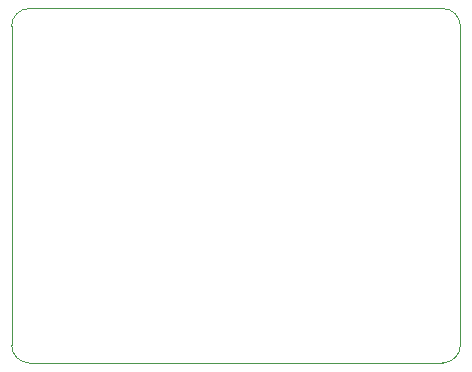
<source format=gm1>
%TF.GenerationSoftware,KiCad,Pcbnew,(7.0.0-0)*%
%TF.CreationDate,2023-03-07T12:57:00-05:00*%
%TF.ProjectId,Spatial Sense Module,53706174-6961-46c2-9053-656e7365204d,rev?*%
%TF.SameCoordinates,Original*%
%TF.FileFunction,Profile,NP*%
%FSLAX46Y46*%
G04 Gerber Fmt 4.6, Leading zero omitted, Abs format (unit mm)*
G04 Created by KiCad (PCBNEW (7.0.0-0)) date 2023-03-07 12:57:00*
%MOMM*%
%LPD*%
G01*
G04 APERTURE LIST*
%TA.AperFunction,Profile*%
%ADD10C,0.050000*%
%TD*%
G04 APERTURE END LIST*
D10*
X178500000Y-122500000D02*
X213500000Y-122500000D01*
X178500000Y-122500000D02*
G75*
G03*
X177000000Y-124000000I0J-1500000D01*
G01*
X213500000Y-152500000D02*
X178500000Y-152500000D01*
X215000000Y-124000000D02*
X215000000Y-151000000D01*
X215000000Y-124000000D02*
G75*
G03*
X213500000Y-122500000I-1500000J0D01*
G01*
X177000000Y-151000000D02*
X177000000Y-124000000D01*
X177000000Y-151000000D02*
G75*
G03*
X178500000Y-152500000I1500000J0D01*
G01*
X213500000Y-152500000D02*
G75*
G03*
X215000000Y-151000000I0J1500000D01*
G01*
M02*

</source>
